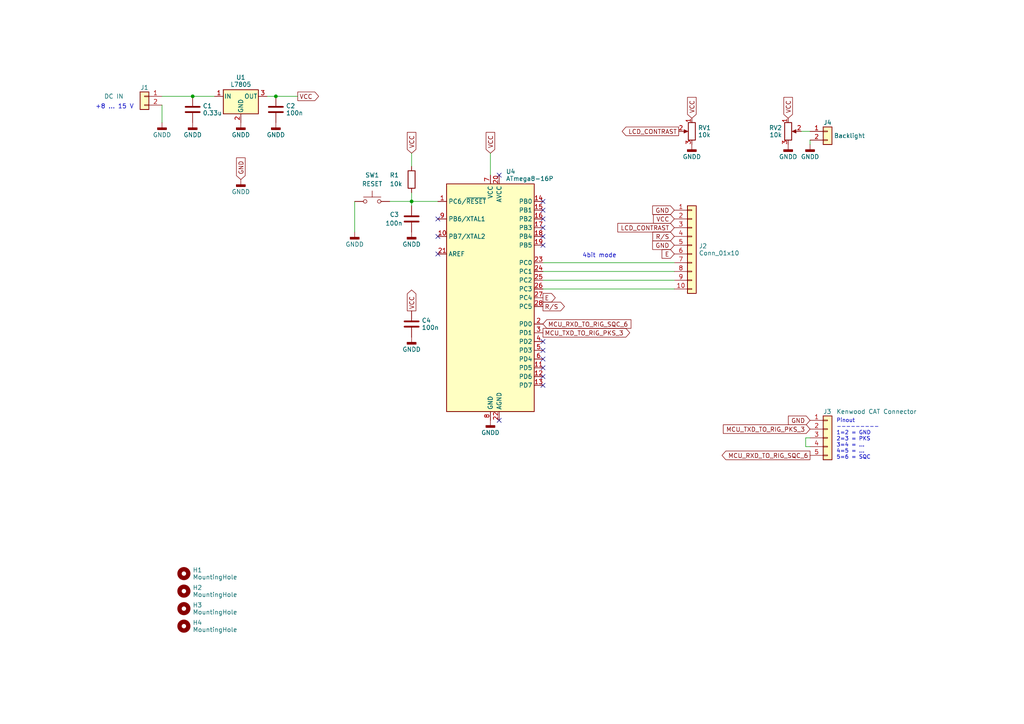
<source format=kicad_sch>
(kicad_sch (version 20230121) (generator eeschema)
  (paper "A4")
  (title_block (title "Kenwood TM-V7 Display Mod") (date "2023-09-11") (rev "1.3") (company "#pragma | CT1ENQ") (comment 1 "Schematic and PCB") (comment 2 "Original schematic by OE9MKV "))
  (lib_symbols
    (symbol "Connector_Generic:Conn_01x02" (pin_names (offset 1.016) hide)
      (property "Reference" "J" (at 0 2.54 0))
      (property "Value" "Conn_01x02" (at 0 -5.08 0))
      (symbol "Conn_01x02_1_1"
        (rectangle (start -1.27 -2.413) (end 0 -2.667) (stroke (width 0.1524)))
        (rectangle (start -1.27 0.127) (end 0 -0.127) (stroke (width 0.1524)))
        (rectangle (start -1.27 1.27) (end 1.27 -3.81) (stroke (width 0.254)) (fill (type background)))
        (pin passive line (at -5.08 0 0) (length 3.81) (name "Pin_1") (number "1"))
        (pin passive line (at -5.08 -2.54 0) (length 3.81) (name "Pin_2") (number "2"))
      )
    )
    (symbol "Connector_Generic:Conn_01x05" (pin_names (offset 1.016) hide)
      (property "Reference" "J" (at 0 7.62 0))
      (property "Value" "Conn_01x05" (at 0 -7.62 0))
      (symbol "Conn_01x05_1_1"
        (rectangle (start -1.27 -4.953) (end 0 -5.207) (stroke (width 0.1524)))
        (rectangle (start -1.27 -2.413) (end 0 -2.667) (stroke (width 0.1524)))
        (rectangle (start -1.27 0.127) (end 0 -0.127) (stroke (width 0.1524)))
        (rectangle (start -1.27 2.667) (end 0 2.413) (stroke (width 0.1524)))
        (rectangle (start -1.27 5.207) (end 0 4.953) (stroke (width 0.1524)))
        (rectangle (start -1.27 6.35) (end 1.27 -6.35) (stroke (width 0.254)) (fill (type background)))
        (pin passive line (at -5.08 5.08 0) (length 3.81) (name "Pin_1") (number "1"))
        (pin passive line (at -5.08 2.54 0) (length 3.81) (name "Pin_2") (number "2"))
        (pin passive line (at -5.08 0 0) (length 3.81) (name "Pin_3") (number "3"))
        (pin passive line (at -5.08 -2.54 0) (length 3.81) (name "Pin_4") (number "4"))
        (pin passive line (at -5.08 -5.08 0) (length 3.81) (name "Pin_5") (number "5"))
      )
    )
    (symbol "Connector_Generic:Conn_01x10" (pin_names (offset 1.016) hide)
      (property "Reference" "J" (at 0 12.7 0))
      (property "Value" "Conn_01x10" (at 0 -15.24 0))
      (symbol "Conn_01x10_1_1"
        (rectangle (start -1.27 -12.573) (end 0 -12.827) (stroke (width 0.1524)))
        (rectangle (start -1.27 -10.033) (end 0 -10.287) (stroke (width 0.1524)))
        (rectangle (start -1.27 -7.493) (end 0 -7.747) (stroke (width 0.1524)))
        (rectangle (start -1.27 -4.953) (end 0 -5.207) (stroke (width 0.1524)))
        (rectangle (start -1.27 -2.413) (end 0 -2.667) (stroke (width 0.1524)))
        (rectangle (start -1.27 0.127) (end 0 -0.127) (stroke (width 0.1524)))
        (rectangle (start -1.27 2.667) (end 0 2.413) (stroke (width 0.1524)))
        (rectangle (start -1.27 5.207) (end 0 4.953) (stroke (width 0.1524)))
        (rectangle (start -1.27 7.747) (end 0 7.493) (stroke (width 0.1524)))
        (rectangle (start -1.27 10.287) (end 0 10.033) (stroke (width 0.1524)))
        (rectangle (start -1.27 11.43) (end 1.27 -13.97) (stroke (width 0.254)) (fill (type background)))
        (pin passive line (at -5.08 10.16 0) (length 3.81) (name "Pin_1") (number "1"))
        (pin passive line (at -5.08 -12.7 0) (length 3.81) (name "Pin_10") (number "10"))
        (pin passive line (at -5.08 7.62 0) (length 3.81) (name "Pin_2") (number "2"))
        (pin passive line (at -5.08 5.08 0) (length 3.81) (name "Pin_3") (number "3"))
        (pin passive line (at -5.08 2.54 0) (length 3.81) (name "Pin_4") (number "4"))
        (pin passive line (at -5.08 0 0) (length 3.81) (name "Pin_5") (number "5"))
        (pin passive line (at -5.08 -2.54 0) (length 3.81) (name "Pin_6") (number "6"))
        (pin passive line (at -5.08 -5.08 0) (length 3.81) (name "Pin_7") (number "7"))
        (pin passive line (at -5.08 -7.62 0) (length 3.81) (name "Pin_8") (number "8"))
        (pin passive line (at -5.08 -10.16 0) (length 3.81) (name "Pin_9") (number "9"))
      )
    )
    (symbol "Device:C" (pin_numbers hide) (pin_names (offset 0.254))
      (property "Reference" "C" (at 0.635 2.54 0))
      (property "Value" "C" (at 0.635 -2.54 0))
      (symbol "C_0_1"
        (polyline (pts (xy -2.032 -0.762) (xy 2.032 -0.762)) (stroke (width 0.508)))
        (polyline (pts (xy -2.032 0.762) (xy 2.032 0.762)) (stroke (width 0.508)))
      )
      (symbol "C_1_1"
        (pin passive line (at 0 3.81 270) (length 2.794) (name "~") (number "1"))
        (pin passive line (at 0 -3.81 90) (length 2.794) (name "~") (number "2"))
      )
    )
    (symbol "Device:R" (pin_numbers hide) (pin_names (offset 0))
      (property "Reference" "R" (at 2.032 0 90))
      (property "Value" "R" (at 0 0 90))
      (symbol "R_0_1"
        (rectangle (start -1.016 -2.54) (end 1.016 2.54) (stroke (width 0.254)))
      )
      (symbol "R_1_1"
        (pin passive line (at 0 3.81 270) (length 1.27) (name "~") (number "1"))
        (pin passive line (at 0 -3.81 90) (length 1.27) (name "~") (number "2"))
      )
    )
    (symbol "Device:R_Potentiometer" (pin_names (offset 1.016) hide)
      (property "Reference" "RV" (at -4.445 0 90))
      (property "Value" "R_Potentiometer" (at -2.54 0 90))
      (symbol "R_Potentiometer_0_1"
        (polyline (pts (xy 2.54 0) (xy 1.524 0)))
        (polyline (pts (xy 1.143 0) (xy 2.286 0.508) (xy 2.286 -0.508) (xy 1.143 0)) (fill (type outline)))
        (rectangle (start 1.016 2.54) (end -1.016 -2.54) (stroke (width 0.254)))
      )
      (symbol "R_Potentiometer_1_1"
        (pin passive line (at 0 3.81 270) (length 1.27) (name "1") (number "1"))
        (pin passive line (at 3.81 0 180) (length 1.27) (name "2") (number "2"))
        (pin passive line (at 0 -3.81 90) (length 1.27) (name "3") (number "3"))
      )
    )
    (symbol "MCU_Microchip_ATmega:ATmega8-16P"
      (property "Reference" "U" (at -12.7 34.29 0))
      (property "Value" "ATmega8-16P" (at 5.08 -34.29 0))
      (symbol "ATmega8-16P_0_1"
        (rectangle (start -12.7 -33.02) (end 12.7 33.02) (stroke (width 0.254)) (fill (type background)))
      )
      (symbol "ATmega8-16P_1_1"
        (pin bidirectional line (at -15.24 27.94 0) (length 2.54) (name "PC6/~{RESET}") (number "1"))
        (pin bidirectional line (at -15.24 17.78 0) (length 2.54) (name "PB7/XTAL2") (number "10"))
        (pin bidirectional line (at 15.24 -20.32 180) (length 2.54) (name "PD5") (number "11"))
        (pin bidirectional line (at 15.24 -22.86 180) (length 2.54) (name "PD6") (number "12"))
        (pin bidirectional line (at 15.24 -25.4 180) (length 2.54) (name "PD7") (number "13"))
        (pin bidirectional line (at 15.24 27.94 180) (length 2.54) (name "PB0") (number "14"))
        (pin bidirectional line (at 15.24 25.4 180) (length 2.54) (name "PB1") (number "15"))
        (pin bidirectional line (at 15.24 22.86 180) (length 2.54) (name "PB2") (number "16"))
        (pin bidirectional line (at 15.24 20.32 180) (length 2.54) (name "PB3") (number "17"))
        (pin bidirectional line (at 15.24 17.78 180) (length 2.54) (name "PB4") (number "18"))
        (pin bidirectional line (at 15.24 15.24 180) (length 2.54) (name "PB5") (number "19"))
        (pin bidirectional line (at 15.24 -7.62 180) (length 2.54) (name "PD0") (number "2"))
        (pin power_in line (at 2.54 35.56 270) (length 2.54) (name "AVCC") (number "20"))
        (pin passive line (at -15.24 12.7 0) (length 2.54) (name "AREF") (number "21"))
        (pin power_in line (at 2.54 -35.56 90) (length 2.54) (name "AGND") (number "22"))
        (pin bidirectional line (at 15.24 10.16 180) (length 2.54) (name "PC0") (number "23"))
        (pin bidirectional line (at 15.24 7.62 180) (length 2.54) (name "PC1") (number "24"))
        (pin bidirectional line (at 15.24 5.08 180) (length 2.54) (name "PC2") (number "25"))
        (pin bidirectional line (at 15.24 2.54 180) (length 2.54) (name "PC3") (number "26"))
        (pin bidirectional line (at 15.24 0 180) (length 2.54) (name "PC4") (number "27"))
        (pin bidirectional line (at 15.24 -2.54 180) (length 2.54) (name "PC5") (number "28"))
        (pin bidirectional line (at 15.24 -10.16 180) (length 2.54) (name "PD1") (number "3"))
        (pin bidirectional line (at 15.24 -12.7 180) (length 2.54) (name "PD2") (number "4"))
        (pin bidirectional line (at 15.24 -15.24 180) (length 2.54) (name "PD3") (number "5"))
        (pin bidirectional line (at 15.24 -17.78 180) (length 2.54) (name "PD4") (number "6"))
        (pin power_in line (at 0 35.56 270) (length 2.54) (name "VCC") (number "7"))
        (pin power_in line (at 0 -35.56 90) (length 2.54) (name "GND") (number "8"))
        (pin bidirectional line (at -15.24 22.86 0) (length 2.54) (name "PB6/XTAL1") (number "9"))
      )
    )
    (symbol "Mechanical:MountingHole" (pin_names (offset 1.016))
      (property "Reference" "H" (at 0 5.08 0))
      (property "Value" "MountingHole" (at 0 3.175 0))
      (symbol "MountingHole_0_1"
        (circle (center 0 0) (radius 1.27) (stroke (width 1.27)))
      )
    )
    (symbol "Regulator_Linear:L7805" (pin_names (offset 0.254))
      (property "Reference" "U" (at -3.81 3.175 0))
      (property "Value" "L7805" (at 0 3.175 0))
      (symbol "L7805_0_1"
        (rectangle (start -5.08 1.905) (end 5.08 -5.08) (stroke (width 0.254)) (fill (type background)))
      )
      (symbol "L7805_1_1"
        (pin power_in line (at -7.62 0 0) (length 2.54) (name "IN") (number "1"))
        (pin power_in line (at 0 -7.62 90) (length 2.54) (name "GND") (number "2"))
        (pin power_out line (at 7.62 0 180) (length 2.54) (name "OUT") (number "3"))
      )
    )
    (symbol "Switch:SW_Push" (pin_numbers hide) (pin_names (offset 1.016) hide)
      (property "Reference" "SW" (at 1.27 2.54 0))
      (property "Value" "SW_Push" (at 0 -1.524 0))
      (symbol "SW_Push_0_1"
        (circle (center -2.032 0) (radius 0.508))
        (polyline (pts (xy 0 1.27) (xy 0 3.048)))
        (polyline (pts (xy 2.54 1.27) (xy -2.54 1.27)))
        (circle (center 2.032 0) (radius 0.508))
        (pin passive line (at -5.08 0 0) (length 2.54) (name "1") (number "1"))
        (pin passive line (at 5.08 0 180) (length 2.54) (name "2") (number "2"))
      )
    )
    (symbol "power:GNDD" (power) (pin_names (offset 0))
      (property "Value" "GNDD" (at 0 -3.175 0))
      (symbol "GNDD_0_1"
        (rectangle (start -1.27 -1.524) (end 1.27 -2.032) (stroke (width 0.254)) (fill (type outline)))
        (polyline (pts (xy 0 0) (xy 0 -1.524)))
      )
      (symbol "GNDD_1_1"
        (pin power_in line (at 0 0 270) (length 0) hide (name "GNDD") (number "1"))
      )
    )
  )
  (junction (at 119.38 58.42))
  (junction (at 55.88 27.94))
  (junction (at 80.01 27.94))
  (no_connect (at 157.48 63.5))
  (no_connect (at 157.48 104.14))
  (no_connect (at 157.48 106.68))
  (no_connect (at 157.48 68.58))
  (no_connect (at 127 63.5))
  (no_connect (at 157.48 99.06))
  (no_connect (at 157.48 66.04))
  (no_connect (at 127 73.66))
  (no_connect (at 127 68.58))
  (no_connect (at 157.48 101.6))
  (no_connect (at 157.48 111.76))
  (no_connect (at 157.48 71.12))
  (no_connect (at 157.48 58.42))
  (no_connect (at 157.48 109.22))
  (no_connect (at 144.78 50.8))
  (no_connect (at 144.78 121.92))
  (no_connect (at 157.48 60.96))
  (wire (pts (xy 102.87 58.42) (xy 102.87 67.31)))
  (wire (pts (xy 234.95 40.64) (xy 234.95 41.91)))
  (wire (pts (xy 77.47 27.94) (xy 80.01 27.94)))
  (wire (pts (xy 233.68 127) (xy 233.68 129.54)))
  (wire (pts (xy 46.99 30.48) (xy 46.99 35.56)))
  (wire (pts (xy 142.24 44.45) (xy 142.24 50.8)))
  (wire (pts (xy 46.99 27.94) (xy 55.88 27.94)))
  (wire (pts (xy 55.88 27.94) (xy 62.23 27.94)))
  (wire (pts (xy 119.38 44.45) (xy 119.38 48.26)))
  (wire (pts (xy 80.01 27.94) (xy 86.36 27.94)))
  (wire (pts (xy 113.03 58.42) (xy 119.38 58.42)))
  (wire (pts (xy 157.48 76.2) (xy 195.58 76.2)))
  (wire (pts (xy 232.41 38.1) (xy 234.95 38.1)))
  (wire (pts (xy 157.48 83.82) (xy 195.58 83.82)))
  (wire (pts (xy 119.38 58.42) (xy 127 58.42)))
  (wire (pts (xy 157.48 78.74) (xy 195.58 78.74)))
  (wire (pts (xy 157.48 81.28) (xy 195.58 81.28)))
  (wire (pts (xy 234.95 127) (xy 233.68 127)))
  (wire (pts (xy 233.68 129.54) (xy 234.95 129.54)))
  (wire (pts (xy 119.38 58.42) (xy 119.38 59.69)))
  (wire (pts (xy 119.38 55.88) (xy 119.38 58.42)))
  (text "4bit mode" (at 168.91 74.93 0) (effects (font (size 1.27 1.27)) (justify left bottom)))
  (text "Pinout\n---------\n1=2 = GND\n2=3 = PKS\n3=4 = ...\n4=5 = ...\n5=6 = SQC" (at 242.57 133.35 0) (effects (font (size 1.1 1.1)) (justify left bottom)))
  (text " +8 ... 15 V" (at 26.67 31.75 0) (effects (font (size 1.27 1.27)) (justify left bottom)))
  (global_label "VCC" (shape input) (at 200.66 34.29 90) (property "Intersheetrefs" "${INTERSHEET_REFS}" (effects hide)))
  (global_label "GND" (shape input) (at 195.58 71.12 180) (property "Intersheetrefs" "${INTERSHEET_REFS}" (effects hide)))
  (global_label "MCU_RXD_TO_RIG_SQC_6" (shape input) (at 157.48 93.98 0) (property "Intersheetrefs" "${INTERSHEET_REFS}" (effects hide)))
  (global_label "LCD_CONTRAST" (shape input) (at 195.58 66.04 180) (property "Intersheetrefs" "${INTERSHEET_REFS}" (effects hide)))
  (global_label "VCC" (shape input) (at 119.38 44.45 90) (property "Intersheetrefs" "${INTERSHEET_REFS}" (effects hide)))
  (global_label "MCU_RXD_TO_RIG_SQC_6" (shape output) (at 234.95 132.08 180) (property "Intersheetrefs" "${INTERSHEET_REFS}" (effects hide)))
  (global_label "MCU_TXD_TO_RIG_PKS_3" (shape input) (at 234.95 124.46 180) (property "Intersheetrefs" "${INTERSHEET_REFS}" (effects hide)))
  (global_label "VCC" (shape output) (at 119.38 90.17 90) (property "Intersheetrefs" "${INTERSHEET_REFS}" (effects hide)))
  (global_label "GND" (shape input) (at 195.58 60.96 180) (property "Intersheetrefs" "${INTERSHEET_REFS}" (effects hide)))
  (global_label "VCC" (shape output) (at 86.36 27.94 0) (property "Intersheetrefs" "${INTERSHEET_REFS}" (effects hide)))
  (global_label "R{slash}S" (shape output) (at 157.48 88.9 0) (property "Intersheetrefs" "${INTERSHEET_REFS}" (effects hide)))
  (global_label "R{slash}S" (shape input) (at 195.58 68.58 180) (property "Intersheetrefs" "${INTERSHEET_REFS}" (effects hide)))
  (global_label "GND" (shape input) (at 69.85 52.07 90) (property "Intersheetrefs" "${INTERSHEET_REFS}" (effects hide)))
  (global_label "E" (shape output) (at 157.48 86.36 0) (property "Intersheetrefs" "${INTERSHEET_REFS}" (effects hide)))
  (global_label "MCU_TXD_TO_RIG_PKS_3" (shape output) (at 157.48 96.52 0) (property "Intersheetrefs" "${INTERSHEET_REFS}" (effects hide)))
  (global_label "E" (shape input) (at 195.58 73.66 180) (property "Intersheetrefs" "${INTERSHEET_REFS}" (effects hide)))
  (global_label "VCC" (shape input) (at 228.6 34.29 90) (property "Intersheetrefs" "${INTERSHEET_REFS}" (effects hide)))
  (global_label "GND" (shape input) (at 234.95 121.92 180) (property "Intersheetrefs" "${INTERSHEET_REFS}" (effects hide)))
  (global_label "VCC" (shape input) (at 142.24 44.45 90) (property "Intersheetrefs" "${INTERSHEET_REFS}" (effects hide)))
  (global_label "VCC" (shape input) (at 195.58 63.5 180) (property "Intersheetrefs" "${INTERSHEET_REFS}" (effects hide)))
  (global_label "LCD_CONTRAST" (shape output) (at 196.85 38.1 180) (property "Intersheetrefs" "${INTERSHEET_REFS}" (effects hide)))
  (symbol (lib_id "power:GNDD") (at 80.01 35.56 0) (unit 1)
    (property "Reference" "#PWR03" (effects hide))
    (property "Value" "GNDD" (at 80.01 39.124 0))
  )
  (symbol (lib_id "Device:R_Potentiometer") (at 200.66 38.1 0) (mirror y) (unit 1)
    (property "Reference" "RV1" (at 202.438 37.076 0) (effects (justify right)))
    (property "Value" "10k" (at 202.438 39.124 0) (effects (justify right)))
    (property "Footprint" "Potentiometer_THT:Potentiometer_Bourns_3296W_Vertical" (effects hide))
  )
  (symbol (lib_id "Mechanical:MountingHole") (at 53.34 176.53 0) (unit 1)
    (property "Reference" "H3" (at 55.88 175.506 0) (effects (justify left)))
    (property "Value" "MountingHole" (at 55.88 177.554 0) (effects (justify left)))
    (property "Footprint" "MountingHole:MountingHole_2.2mm_M2_Pad_Via" (effects hide))
  )
  (symbol (lib_id "power:GNDD") (at 119.38 67.31 0) (unit 1)
    (property "Reference" "#PWR05" (effects hide))
    (property "Value" "GNDD" (at 119.38 70.874 0))
  )
  (symbol (lib_id "power:GNDD") (at 119.38 97.79 0) (unit 1)
    (property "Reference" "#PWR010" (effects hide))
    (property "Value" "GNDD" (at 119.38 101.354 0))
  )
  (symbol (lib_id "Connector_Generic:Conn_01x05") (at 240.03 127 0) (unit 1)
    (property "Reference" "J3" (at 238.76 119.38 0) (effects (justify left)))
    (property "Value" "Kenwood CAT Connector" (at 242.57 119.38 0) (effects (justify left)))
    (property "Footprint" "Connector_Molex:Molex_KK-254_AE-6410-05A_1x05_P2.54mm_Vertical" (effects hide))
  )
  (symbol (lib_id "power:GNDD") (at 69.85 35.56 0) (unit 1)
    (property "Reference" "#PWR04" (effects hide))
    (property "Value" "GNDD" (at 69.85 39.124 0))
  )
  (symbol (lib_id "power:GNDD") (at 142.24 121.92 0) (unit 1)
    (property "Reference" "#PWR07" (effects hide))
    (property "Value" "GNDD" (at 142.24 125.484 0))
  )
  (symbol (lib_id "power:GNDD") (at 55.88 35.56 0) (unit 1)
    (property "Reference" "#PWR01" (effects hide))
    (property "Value" "GNDD" (at 55.88 39.124 0))
  )
  (symbol (lib_id "Device:R") (at 119.38 52.07 180) (unit 1)
    (property "Reference" "R1" (at 113.03 50.8 0) (effects (justify right)))
    (property "Value" "10k" (at 113.03 53.34 0) (effects (justify right)))
    (property "Footprint" "Resistor_THT:R_Axial_DIN0204_L3.6mm_D1.6mm_P5.08mm_Horizontal" (effects hide))
  )
  (symbol (lib_id "Device:C") (at 80.01 31.75 0) (unit 1)
    (property "Reference" "C2" (at 82.931 30.726 0) (effects (justify left)))
    (property "Value" "100n" (at 82.931 32.774 0) (effects (justify left)))
    (property "Footprint" "Capacitor_THT:C_Disc_D3.8mm_W2.6mm_P2.50mm" (effects hide))
  )
  (symbol (lib_id "Switch:SW_Push") (at 107.95 58.42 0) (unit 1)
    (property "Reference" "SW1" (at 107.95 50.8 0))
    (property "Value" "RESET" (at 107.95 53.34 0))
    (property "Footprint" "Connector_PinHeader_2.54mm:PinHeader_1x02_P2.54mm_Vertical" (effects hide))
  )
  (symbol (lib_id "power:GNDD") (at 234.95 41.91 0) (unit 1)
    (property "Reference" "#PWR011" (effects hide))
    (property "Value" "GNDD" (at 234.95 45.474 0))
  )
  (symbol (lib_id "Connector_Generic:Conn_01x02") (at 240.03 38.1 0) (unit 1)
    (property "Reference" "J4" (at 240.03 35.56 0))
    (property "Value" "Backlight" (at 246.38 39.37 0))
    (property "Footprint" "Connector_Molex:Molex_KK-254_AE-6410-02A_1x02_P2.54mm_Vertical" (effects hide))
  )
  (symbol (lib_id "Mechanical:MountingHole") (at 53.34 171.45 0) (unit 1)
    (property "Reference" "H2" (at 55.88 170.426 0) (effects (justify left)))
    (property "Value" "MountingHole" (at 55.88 172.474 0) (effects (justify left)))
    (property "Footprint" "MountingHole:MountingHole_2.2mm_M2_Pad_Via" (effects hide))
  )
  (symbol (lib_id "Device:R_Potentiometer") (at 228.6 38.1 0) (unit 1)
    (property "Reference" "RV2" (at 226.822 37.076 0) (effects (justify right)))
    (property "Value" "10k" (at 226.822 39.124 0) (effects (justify right)))
    (property "Footprint" "Potentiometer_THT:Potentiometer_Bourns_3296W_Vertical" (effects hide))
  )
  (symbol (lib_id "Device:C") (at 55.88 31.75 0) (unit 1)
    (property "Reference" "C1" (at 58.801 30.726 0) (effects (justify left)))
    (property "Value" "0.33u" (at 58.801 32.774 0) (effects (justify left)))
    (property "Footprint" "Capacitor_THT:C_Disc_D7.5mm_W5.0mm_P5.00mm" (effects hide))
  )
  (symbol (lib_id "Device:C") (at 119.38 93.98 0) (unit 1)
    (property "Reference" "C4" (at 122.301 92.956 0) (effects (justify left)))
    (property "Value" "100n" (at 122.301 95.004 0) (effects (justify left)))
    (property "Footprint" "Capacitor_THT:C_Disc_D3.8mm_W2.6mm_P2.50mm" (effects hide))
  )
  (symbol (lib_id "power:GNDD") (at 46.99 35.56 0) (unit 1)
    (property "Reference" "#PWR02" (effects hide))
    (property "Value" "GNDD" (at 46.99 39.124 0))
  )
  (symbol (lib_id "Connector_Generic:Conn_01x10") (at 200.66 71.12 0) (unit 1)
    (property "Reference" "J2" (at 202.692 71.366 0) (effects (justify left)))
    (property "Value" "Conn_01x10" (at 202.692 73.414 0) (effects (justify left)))
    (property "Footprint" "Connector_Molex:Molex_KK-254_AE-6410-10A_1x10_P2.54mm_Vertical" (effects hide))
  )
  (symbol (lib_id "power:GNDD") (at 102.87 67.31 0) (unit 1)
    (property "Reference" "#PWR012" (effects hide))
    (property "Value" "GNDD" (at 102.87 70.874 0))
  )
  (symbol (lib_id "Mechanical:MountingHole") (at 53.34 166.37 0) (unit 1)
    (property "Reference" "H1" (at 55.88 165.346 0) (effects (justify left)))
    (property "Value" "MountingHole" (at 55.88 167.394 0) (effects (justify left)))
    (property "Footprint" "MountingHole:MountingHole_2.2mm_M2_Pad_Via" (effects hide))
  )
  (symbol (lib_id "Device:C") (at 119.38 63.5 0) (unit 1)
    (property "Reference" "C3" (at 113.03 62.23 0) (effects (justify left)))
    (property "Value" "100n" (at 111.76 64.77 0) (effects (justify left)))
    (property "Footprint" "Capacitor_THT:C_Disc_D3.8mm_W2.6mm_P2.50mm" (effects hide))
  )
  (symbol (lib_id "power:GNDD") (at 200.66 41.91 0) (unit 1)
    (property "Reference" "#PWR09" (effects hide))
    (property "Value" "GNDD" (at 200.66 45.474 0))
  )
  (symbol (lib_id "power:GNDD") (at 228.6 41.91 0) (unit 1)
    (property "Reference" "#PWR06" (effects hide))
    (property "Value" "GNDD" (at 228.6 45.474 0))
  )
  (symbol (lib_id "power:GNDD") (at 69.85 52.07 0) (unit 1)
    (property "Reference" "#PWR08" (effects hide))
    (property "Value" "GNDD" (at 69.85 55.634 0))
  )
  (symbol (lib_id "Connector_Generic:Conn_01x02") (at 41.91 27.94 0) (mirror y) (unit 1)
    (property "Reference" "J1" (at 41.91 25.4 0))
    (property "Value" "DC IN" (at 33.02 27.94 0))
    (property "Footprint" "Connector_Molex:Molex_KK-254_AE-6410-02A_1x02_P2.54mm_Vertical" (effects hide))
  )
  (symbol (lib_id "Regulator_Linear:L7805") (at 69.85 27.94 0) (unit 1)
    (property "Reference" "U1" (at 69.85 22.455 0))
    (property "Value" "L7805" (at 69.85 24.503 0))
    (property "Footprint" "Package_TO_SOT_THT:TO-220-3_Horizontal_TabDown" (effects hide))
    (property "Datasheet" "http://www.st.com/content/ccc/resource/technical/document/datasheet/41/4f/b3/b0/12/d4/47/88/CD00000444.pdf/files/CD00000444.pdf/jcr:content/translations/en.CD00000444.pdf" (effects hide))
  )
  (symbol (lib_id "MCU_Microchip_ATmega:ATmega8-16P") (at 142.24 86.36 0) (unit 1)
    (property "Reference" "U4" (at 146.7359 49.76 0) (effects (justify left)))
    (property "Value" "ATmega8-16P" (at 146.7359 51.808 0) (effects (justify left)))
    (property "Footprint" "Package_DIP:DIP-28_W7.62mm" (effects hide))
    (property "Datasheet" "http://ww1.microchip.com/downloads/en/DeviceDoc/atmel-2486-8-bit-avr-microcontroller-atmega8_l_datasheet.pdf" (effects hide))
  )
  (symbol (lib_id "Mechanical:MountingHole") (at 53.34 181.61 0) (unit 1)
    (property "Reference" "H4" (at 55.88 180.586 0) (effects (justify left)))
    (property "Value" "MountingHole" (at 55.88 182.634 0) (effects (justify left)))
    (property "Footprint" "MountingHole:MountingHole_2.2mm_M2_Pad_Via" (effects hide))
  )
)
</source>
